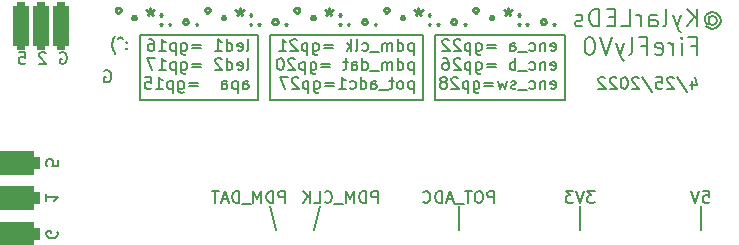
<source format=gbo>
G04 #@! TF.GenerationSoftware,KiCad,Pcbnew,(6.0.4)*
G04 #@! TF.CreationDate,2022-04-25T16:44:11-05:00*
G04 #@! TF.ProjectId,FireflyV1,46697265-666c-4795-9631-2e6b69636164,rev?*
G04 #@! TF.SameCoordinates,Original*
G04 #@! TF.FileFunction,Legend,Bot*
G04 #@! TF.FilePolarity,Positive*
%FSLAX46Y46*%
G04 Gerber Fmt 4.6, Leading zero omitted, Abs format (unit mm)*
G04 Created by KiCad (PCBNEW (6.0.4)) date 2022-04-25 16:44:11*
%MOMM*%
%LPD*%
G01*
G04 APERTURE LIST*
G04 Aperture macros list*
%AMRoundRect*
0 Rectangle with rounded corners*
0 $1 Rounding radius*
0 $2 $3 $4 $5 $6 $7 $8 $9 X,Y pos of 4 corners*
0 Add a 4 corners polygon primitive as box body*
4,1,4,$2,$3,$4,$5,$6,$7,$8,$9,$2,$3,0*
0 Add four circle primitives for the rounded corners*
1,1,$1+$1,$2,$3*
1,1,$1+$1,$4,$5*
1,1,$1+$1,$6,$7*
1,1,$1+$1,$8,$9*
0 Add four rect primitives between the rounded corners*
20,1,$1+$1,$2,$3,$4,$5,0*
20,1,$1+$1,$4,$5,$6,$7,0*
20,1,$1+$1,$6,$7,$8,$9,0*
20,1,$1+$1,$8,$9,$2,$3,0*%
G04 Aperture macros list end*
%ADD10C,0.150000*%
%ADD11C,0.250000*%
%ADD12C,0.200000*%
%ADD13C,1.800000*%
%ADD14C,4.800000*%
%ADD15R,1.700000X1.700000*%
%ADD16O,1.700000X1.700000*%
%ADD17C,2.010000*%
%ADD18C,4.460000*%
%ADD19C,3.200000*%
%ADD20RoundRect,0.337500X0.337500X-1.662500X0.337500X1.662500X-0.337500X1.662500X-0.337500X-1.662500X0*%
%ADD21RoundRect,0.500000X-1.500000X-0.500000X1.500000X-0.500000X1.500000X0.500000X-1.500000X0.500000X0*%
G04 APERTURE END LIST*
D10*
X23488095Y-19049517D02*
X23583333Y-19001897D01*
X23726190Y-19001897D01*
X23869047Y-19049517D01*
X23964285Y-19144755D01*
X24011904Y-19239993D01*
X24059523Y-19430469D01*
X24059523Y-19573326D01*
X24011904Y-19763802D01*
X23964285Y-19859040D01*
X23869047Y-19954278D01*
X23726190Y-20001897D01*
X23630952Y-20001897D01*
X23488095Y-19954278D01*
X23440476Y-19906659D01*
X23440476Y-19573326D01*
X23630952Y-19573326D01*
X74000000Y-32500000D02*
X74000000Y-30500000D01*
X63750000Y-32500000D02*
X63750000Y-30500000D01*
X53500000Y-32500000D02*
X53500000Y-30500000D01*
X41750000Y-30500000D02*
X41250000Y-32500000D01*
X38000000Y-32500000D02*
X37500000Y-30500000D01*
X74190476Y-29202380D02*
X74666666Y-29202380D01*
X74714285Y-29678571D01*
X74666666Y-29630952D01*
X74571428Y-29583333D01*
X74333333Y-29583333D01*
X74238095Y-29630952D01*
X74190476Y-29678571D01*
X74142857Y-29773809D01*
X74142857Y-30011904D01*
X74190476Y-30107142D01*
X74238095Y-30154761D01*
X74333333Y-30202380D01*
X74571428Y-30202380D01*
X74666666Y-30154761D01*
X74714285Y-30107142D01*
X73857142Y-29202380D02*
X73523809Y-30202380D01*
X73190476Y-29202380D01*
X64988095Y-29202380D02*
X64369047Y-29202380D01*
X64702380Y-29583333D01*
X64559523Y-29583333D01*
X64464285Y-29630952D01*
X64416666Y-29678571D01*
X64369047Y-29773809D01*
X64369047Y-30011904D01*
X64416666Y-30107142D01*
X64464285Y-30154761D01*
X64559523Y-30202380D01*
X64845238Y-30202380D01*
X64940476Y-30154761D01*
X64988095Y-30107142D01*
X64083333Y-29202380D02*
X63750000Y-30202380D01*
X63416666Y-29202380D01*
X63178571Y-29202380D02*
X62559523Y-29202380D01*
X62892857Y-29583333D01*
X62750000Y-29583333D01*
X62654761Y-29630952D01*
X62607142Y-29678571D01*
X62559523Y-29773809D01*
X62559523Y-30011904D01*
X62607142Y-30107142D01*
X62654761Y-30154761D01*
X62750000Y-30202380D01*
X63035714Y-30202380D01*
X63130952Y-30154761D01*
X63178571Y-30107142D01*
X56476190Y-30202380D02*
X56476190Y-29202380D01*
X56095238Y-29202380D01*
X56000000Y-29250000D01*
X55952380Y-29297619D01*
X55904761Y-29392857D01*
X55904761Y-29535714D01*
X55952380Y-29630952D01*
X56000000Y-29678571D01*
X56095238Y-29726190D01*
X56476190Y-29726190D01*
X55285714Y-29202380D02*
X55095238Y-29202380D01*
X55000000Y-29250000D01*
X54904761Y-29345238D01*
X54857142Y-29535714D01*
X54857142Y-29869047D01*
X54904761Y-30059523D01*
X55000000Y-30154761D01*
X55095238Y-30202380D01*
X55285714Y-30202380D01*
X55380952Y-30154761D01*
X55476190Y-30059523D01*
X55523809Y-29869047D01*
X55523809Y-29535714D01*
X55476190Y-29345238D01*
X55380952Y-29250000D01*
X55285714Y-29202380D01*
X54571428Y-29202380D02*
X54000000Y-29202380D01*
X54285714Y-30202380D02*
X54285714Y-29202380D01*
X53904761Y-30297619D02*
X53142857Y-30297619D01*
X52952380Y-29916666D02*
X52476190Y-29916666D01*
X53047619Y-30202380D02*
X52714285Y-29202380D01*
X52380952Y-30202380D01*
X52047619Y-30202380D02*
X52047619Y-29202380D01*
X51809523Y-29202380D01*
X51666666Y-29250000D01*
X51571428Y-29345238D01*
X51523809Y-29440476D01*
X51476190Y-29630952D01*
X51476190Y-29773809D01*
X51523809Y-29964285D01*
X51571428Y-30059523D01*
X51666666Y-30154761D01*
X51809523Y-30202380D01*
X52047619Y-30202380D01*
X50476190Y-30107142D02*
X50523809Y-30154761D01*
X50666666Y-30202380D01*
X50761904Y-30202380D01*
X50904761Y-30154761D01*
X51000000Y-30059523D01*
X51047619Y-29964285D01*
X51095238Y-29773809D01*
X51095238Y-29630952D01*
X51047619Y-29440476D01*
X51000000Y-29345238D01*
X50904761Y-29250000D01*
X50761904Y-29202380D01*
X50666666Y-29202380D01*
X50523809Y-29250000D01*
X50476190Y-29297619D01*
X38773809Y-30202380D02*
X38773809Y-29202380D01*
X38392857Y-29202380D01*
X38297619Y-29250000D01*
X38250000Y-29297619D01*
X38202380Y-29392857D01*
X38202380Y-29535714D01*
X38250000Y-29630952D01*
X38297619Y-29678571D01*
X38392857Y-29726190D01*
X38773809Y-29726190D01*
X37773809Y-30202380D02*
X37773809Y-29202380D01*
X37535714Y-29202380D01*
X37392857Y-29250000D01*
X37297619Y-29345238D01*
X37250000Y-29440476D01*
X37202380Y-29630952D01*
X37202380Y-29773809D01*
X37250000Y-29964285D01*
X37297619Y-30059523D01*
X37392857Y-30154761D01*
X37535714Y-30202380D01*
X37773809Y-30202380D01*
X36773809Y-30202380D02*
X36773809Y-29202380D01*
X36440476Y-29916666D01*
X36107142Y-29202380D01*
X36107142Y-30202380D01*
X35869047Y-30297619D02*
X35107142Y-30297619D01*
X34869047Y-30202380D02*
X34869047Y-29202380D01*
X34630952Y-29202380D01*
X34488095Y-29250000D01*
X34392857Y-29345238D01*
X34345238Y-29440476D01*
X34297619Y-29630952D01*
X34297619Y-29773809D01*
X34345238Y-29964285D01*
X34392857Y-30059523D01*
X34488095Y-30154761D01*
X34630952Y-30202380D01*
X34869047Y-30202380D01*
X33916666Y-29916666D02*
X33440476Y-29916666D01*
X34011904Y-30202380D02*
X33678571Y-29202380D01*
X33345238Y-30202380D01*
X33154761Y-29202380D02*
X32583333Y-29202380D01*
X32869047Y-30202380D02*
X32869047Y-29202380D01*
X46619047Y-30202380D02*
X46619047Y-29202380D01*
X46238095Y-29202380D01*
X46142857Y-29250000D01*
X46095238Y-29297619D01*
X46047619Y-29392857D01*
X46047619Y-29535714D01*
X46095238Y-29630952D01*
X46142857Y-29678571D01*
X46238095Y-29726190D01*
X46619047Y-29726190D01*
X45619047Y-30202380D02*
X45619047Y-29202380D01*
X45380952Y-29202380D01*
X45238095Y-29250000D01*
X45142857Y-29345238D01*
X45095238Y-29440476D01*
X45047619Y-29630952D01*
X45047619Y-29773809D01*
X45095238Y-29964285D01*
X45142857Y-30059523D01*
X45238095Y-30154761D01*
X45380952Y-30202380D01*
X45619047Y-30202380D01*
X44619047Y-30202380D02*
X44619047Y-29202380D01*
X44285714Y-29916666D01*
X43952380Y-29202380D01*
X43952380Y-30202380D01*
X43714285Y-30297619D02*
X42952380Y-30297619D01*
X42142857Y-30107142D02*
X42190476Y-30154761D01*
X42333333Y-30202380D01*
X42428571Y-30202380D01*
X42571428Y-30154761D01*
X42666666Y-30059523D01*
X42714285Y-29964285D01*
X42761904Y-29773809D01*
X42761904Y-29630952D01*
X42714285Y-29440476D01*
X42666666Y-29345238D01*
X42571428Y-29250000D01*
X42428571Y-29202380D01*
X42333333Y-29202380D01*
X42190476Y-29250000D01*
X42142857Y-29297619D01*
X41238095Y-30202380D02*
X41714285Y-30202380D01*
X41714285Y-29202380D01*
X40904761Y-30202380D02*
X40904761Y-29202380D01*
X40333333Y-30202380D02*
X40761904Y-29630952D01*
X40333333Y-29202380D02*
X40904761Y-29773809D01*
X25369047Y-17107142D02*
X25321428Y-17154761D01*
X25369047Y-17202380D01*
X25416666Y-17154761D01*
X25369047Y-17107142D01*
X25369047Y-17202380D01*
X25369047Y-16583333D02*
X25321428Y-16630952D01*
X25369047Y-16678571D01*
X25416666Y-16630952D01*
X25369047Y-16583333D01*
X25369047Y-16678571D01*
X25035714Y-16297619D02*
X24845238Y-16154761D01*
X24654761Y-16297619D01*
X24416666Y-17583333D02*
X24369047Y-17535714D01*
X24273809Y-17392857D01*
X24226190Y-17297619D01*
X24178571Y-17154761D01*
X24130952Y-16916666D01*
X24130952Y-16726190D01*
X24178571Y-16488095D01*
X24226190Y-16345238D01*
X24273809Y-16250000D01*
X24369047Y-16107142D01*
X24416666Y-16059523D01*
X18535714Y-17547619D02*
X18488095Y-17500000D01*
X18392857Y-17452380D01*
X18154761Y-17452380D01*
X18059523Y-17500000D01*
X18011904Y-17547619D01*
X17964285Y-17642857D01*
X17964285Y-17738095D01*
X18011904Y-17880952D01*
X18583333Y-18452380D01*
X17964285Y-18452380D01*
X18547619Y-29464285D02*
X18547619Y-30035714D01*
X18547619Y-29750000D02*
X19547619Y-29750000D01*
X19404761Y-29845238D01*
X19309523Y-29940476D01*
X19261904Y-30035714D01*
X37500000Y-16000000D02*
X50500000Y-16000000D01*
X50500000Y-16000000D02*
X50500000Y-21500000D01*
X50500000Y-21500000D02*
X37500000Y-21500000D01*
X37500000Y-21500000D02*
X37500000Y-16000000D01*
X51500000Y-16000000D02*
X62500000Y-16000000D01*
X62500000Y-16000000D02*
X62500000Y-21500000D01*
X62500000Y-21500000D02*
X51500000Y-21500000D01*
X51500000Y-21500000D02*
X51500000Y-16000000D01*
X26500000Y-16000000D02*
X36500000Y-16000000D01*
X36500000Y-16000000D02*
X36500000Y-21500000D01*
X36500000Y-21500000D02*
X26500000Y-21500000D01*
X26500000Y-21500000D02*
X26500000Y-16000000D01*
D11*
X61571428Y-15035714D02*
X61500000Y-15107142D01*
X61571428Y-15178571D01*
X61642857Y-15107142D01*
X61571428Y-15035714D01*
X61571428Y-15178571D01*
X60714285Y-14678571D02*
X60571428Y-14678571D01*
X60428571Y-14821428D01*
X60428571Y-14964285D01*
X60571428Y-15107142D01*
X60714285Y-15107142D01*
X60857142Y-14964285D01*
X60857142Y-14821428D01*
X60714285Y-14678571D01*
X59285714Y-15035714D02*
X59214285Y-15107142D01*
X59285714Y-15178571D01*
X59357142Y-15107142D01*
X59285714Y-15035714D01*
X59285714Y-15178571D01*
X58571428Y-15035714D02*
X58499999Y-15107142D01*
X58571428Y-15178571D01*
X58642857Y-15107142D01*
X58571428Y-15035714D01*
X58571428Y-15178571D01*
X58571428Y-14250000D02*
X58499999Y-14321428D01*
X58571428Y-14392857D01*
X58642857Y-14321428D01*
X58571428Y-14250000D01*
X58571428Y-14392857D01*
X57642857Y-13678571D02*
X57642857Y-14035714D01*
X57999999Y-13892857D02*
X57642857Y-14035714D01*
X57285714Y-13892857D01*
X57857142Y-14321428D02*
X57642857Y-14035714D01*
X57428571Y-14321428D01*
X56357142Y-14392857D02*
X56214285Y-14392857D01*
X56142857Y-14464285D01*
X56142857Y-14607142D01*
X56214285Y-14678571D01*
X56357142Y-14678571D01*
X56428571Y-14607142D01*
X56428571Y-14464285D01*
X56357142Y-14392857D01*
X54928571Y-13678571D02*
X55071428Y-13750000D01*
X55142857Y-13892857D01*
X55071428Y-14035714D01*
X54928571Y-14107142D01*
X54785714Y-14035714D01*
X54714285Y-13892857D01*
X54785714Y-13750000D01*
X54928571Y-13678571D01*
X53999999Y-15035714D02*
X53928571Y-15107142D01*
X53999999Y-15178571D01*
X54071428Y-15107142D01*
X53999999Y-15035714D01*
X53999999Y-15178571D01*
X53142857Y-14678571D02*
X52999999Y-14678571D01*
X52857142Y-14821428D01*
X52857142Y-14964285D01*
X52999999Y-15107142D01*
X53142857Y-15107142D01*
X53285714Y-14964285D01*
X53285714Y-14821428D01*
X53142857Y-14678571D01*
X51714285Y-15035714D02*
X51642857Y-15107142D01*
X51714285Y-15178571D01*
X51785714Y-15107142D01*
X51714285Y-15035714D01*
X51714285Y-15178571D01*
X50999999Y-15035714D02*
X50928571Y-15107142D01*
X50999999Y-15178571D01*
X51071428Y-15107142D01*
X50999999Y-15035714D01*
X50999999Y-15178571D01*
X50999999Y-14250000D02*
X50928571Y-14321428D01*
X50999999Y-14392857D01*
X51071428Y-14321428D01*
X50999999Y-14250000D01*
X50999999Y-14392857D01*
X50071428Y-13678571D02*
X50071428Y-14035714D01*
X50428571Y-13892857D02*
X50071428Y-14035714D01*
X49714285Y-13892857D01*
X50285714Y-14321428D02*
X50071428Y-14035714D01*
X49857142Y-14321428D01*
X48785714Y-14392857D02*
X48642857Y-14392857D01*
X48571428Y-14464285D01*
X48571428Y-14607142D01*
X48642857Y-14678571D01*
X48785714Y-14678571D01*
X48857142Y-14607142D01*
X48857142Y-14464285D01*
X48785714Y-14392857D01*
X47357142Y-13678571D02*
X47499999Y-13750000D01*
X47571428Y-13892857D01*
X47499999Y-14035714D01*
X47357142Y-14107142D01*
X47214285Y-14035714D01*
X47142857Y-13892857D01*
X47214285Y-13750000D01*
X47357142Y-13678571D01*
X46428571Y-15035714D02*
X46357142Y-15107142D01*
X46428571Y-15178571D01*
X46499999Y-15107142D01*
X46428571Y-15035714D01*
X46428571Y-15178571D01*
X45571428Y-14678571D02*
X45428571Y-14678571D01*
X45285714Y-14821428D01*
X45285714Y-14964285D01*
X45428571Y-15107142D01*
X45571428Y-15107142D01*
X45714285Y-14964285D01*
X45714285Y-14821428D01*
X45571428Y-14678571D01*
X44142857Y-15035714D02*
X44071428Y-15107142D01*
X44142857Y-15178571D01*
X44214285Y-15107142D01*
X44142857Y-15035714D01*
X44142857Y-15178571D01*
X43428571Y-15035714D02*
X43357142Y-15107142D01*
X43428571Y-15178571D01*
X43500000Y-15107142D01*
X43428571Y-15035714D01*
X43428571Y-15178571D01*
X43428571Y-14250000D02*
X43357142Y-14321428D01*
X43428571Y-14392857D01*
X43500000Y-14321428D01*
X43428571Y-14250000D01*
X43428571Y-14392857D01*
X42500000Y-13678571D02*
X42500000Y-14035714D01*
X42857142Y-13892857D02*
X42500000Y-14035714D01*
X42142857Y-13892857D01*
X42714285Y-14321428D02*
X42500000Y-14035714D01*
X42285714Y-14321428D01*
X41214285Y-14392857D02*
X41071428Y-14392857D01*
X41000000Y-14464285D01*
X41000000Y-14607142D01*
X41071428Y-14678571D01*
X41214285Y-14678571D01*
X41285714Y-14607142D01*
X41285714Y-14464285D01*
X41214285Y-14392857D01*
X39785714Y-13678571D02*
X39928571Y-13750000D01*
X40000000Y-13892857D01*
X39928571Y-14035714D01*
X39785714Y-14107142D01*
X39642857Y-14035714D01*
X39571428Y-13892857D01*
X39642857Y-13750000D01*
X39785714Y-13678571D01*
X38857142Y-15035714D02*
X38785714Y-15107142D01*
X38857142Y-15178571D01*
X38928571Y-15107142D01*
X38857142Y-15035714D01*
X38857142Y-15178571D01*
X38000000Y-14678571D02*
X37857142Y-14678571D01*
X37714285Y-14821428D01*
X37714285Y-14964285D01*
X37857142Y-15107142D01*
X38000000Y-15107142D01*
X38142857Y-14964285D01*
X38142857Y-14821428D01*
X38000000Y-14678571D01*
X36571428Y-15035714D02*
X36500000Y-15107142D01*
X36571428Y-15178571D01*
X36642857Y-15107142D01*
X36571428Y-15035714D01*
X36571428Y-15178571D01*
X35857142Y-15035714D02*
X35785714Y-15107142D01*
X35857142Y-15178571D01*
X35928571Y-15107142D01*
X35857142Y-15035714D01*
X35857142Y-15178571D01*
X35857142Y-14250000D02*
X35785714Y-14321428D01*
X35857142Y-14392857D01*
X35928571Y-14321428D01*
X35857142Y-14250000D01*
X35857142Y-14392857D01*
X34928571Y-13678571D02*
X34928571Y-14035714D01*
X35285714Y-13892857D02*
X34928571Y-14035714D01*
X34571428Y-13892857D01*
X35142857Y-14321428D02*
X34928571Y-14035714D01*
X34714285Y-14321428D01*
X33642857Y-14392857D02*
X33500000Y-14392857D01*
X33428571Y-14464285D01*
X33428571Y-14607142D01*
X33500000Y-14678571D01*
X33642857Y-14678571D01*
X33714285Y-14607142D01*
X33714285Y-14464285D01*
X33642857Y-14392857D01*
X32214285Y-13678571D02*
X32357142Y-13750000D01*
X32428571Y-13892857D01*
X32357142Y-14035714D01*
X32214285Y-14107142D01*
X32071428Y-14035714D01*
X32000000Y-13892857D01*
X32071428Y-13750000D01*
X32214285Y-13678571D01*
X31285714Y-15035714D02*
X31214285Y-15107142D01*
X31285714Y-15178571D01*
X31357142Y-15107142D01*
X31285714Y-15035714D01*
X31285714Y-15178571D01*
X30428571Y-14678571D02*
X30285714Y-14678571D01*
X30142857Y-14821428D01*
X30142857Y-14964285D01*
X30285714Y-15107142D01*
X30428571Y-15107142D01*
X30571428Y-14964285D01*
X30571428Y-14821428D01*
X30428571Y-14678571D01*
X29000000Y-15035714D02*
X28928571Y-15107142D01*
X29000000Y-15178571D01*
X29071428Y-15107142D01*
X29000000Y-15035714D01*
X29000000Y-15178571D01*
X28285714Y-15035714D02*
X28214285Y-15107142D01*
X28285714Y-15178571D01*
X28357142Y-15107142D01*
X28285714Y-15035714D01*
X28285714Y-15178571D01*
X28285714Y-14250000D02*
X28214285Y-14321428D01*
X28285714Y-14392857D01*
X28357142Y-14321428D01*
X28285714Y-14250000D01*
X28285714Y-14392857D01*
X27357142Y-13678571D02*
X27357142Y-14035714D01*
X27714285Y-13892857D02*
X27357142Y-14035714D01*
X27000000Y-13892857D01*
X27571428Y-14321428D02*
X27357142Y-14035714D01*
X27142857Y-14321428D01*
X26071428Y-14392857D02*
X25928571Y-14392857D01*
X25857142Y-14464285D01*
X25857142Y-14607142D01*
X25928571Y-14678571D01*
X26071428Y-14678571D01*
X26142857Y-14607142D01*
X26142857Y-14464285D01*
X26071428Y-14392857D01*
X24642857Y-13678571D02*
X24785714Y-13750000D01*
X24857142Y-13892857D01*
X24785714Y-14035714D01*
X24642857Y-14107142D01*
X24500000Y-14035714D01*
X24428571Y-13892857D01*
X24500000Y-13750000D01*
X24642857Y-13678571D01*
D10*
X16261904Y-17452380D02*
X16738095Y-17452380D01*
X16785714Y-17928571D01*
X16738095Y-17880952D01*
X16642857Y-17833333D01*
X16404761Y-17833333D01*
X16309523Y-17880952D01*
X16261904Y-17928571D01*
X16214285Y-18023809D01*
X16214285Y-18261904D01*
X16261904Y-18357142D01*
X16309523Y-18404761D01*
X16404761Y-18452380D01*
X16642857Y-18452380D01*
X16738095Y-18404761D01*
X16785714Y-18357142D01*
X73212214Y-19895714D02*
X73212214Y-20562380D01*
X73450309Y-19514761D02*
X73688405Y-20229047D01*
X73069357Y-20229047D01*
X71974119Y-19514761D02*
X72831262Y-20800476D01*
X71688405Y-19657619D02*
X71640786Y-19610000D01*
X71545548Y-19562380D01*
X71307452Y-19562380D01*
X71212214Y-19610000D01*
X71164595Y-19657619D01*
X71116976Y-19752857D01*
X71116976Y-19848095D01*
X71164595Y-19990952D01*
X71736024Y-20562380D01*
X71116976Y-20562380D01*
X70212214Y-19562380D02*
X70688405Y-19562380D01*
X70736024Y-20038571D01*
X70688405Y-19990952D01*
X70593167Y-19943333D01*
X70355071Y-19943333D01*
X70259833Y-19990952D01*
X70212214Y-20038571D01*
X70164595Y-20133809D01*
X70164595Y-20371904D01*
X70212214Y-20467142D01*
X70259833Y-20514761D01*
X70355071Y-20562380D01*
X70593167Y-20562380D01*
X70688405Y-20514761D01*
X70736024Y-20467142D01*
X69021738Y-19514761D02*
X69878881Y-20800476D01*
X68736024Y-19657619D02*
X68688405Y-19610000D01*
X68593167Y-19562380D01*
X68355071Y-19562380D01*
X68259833Y-19610000D01*
X68212214Y-19657619D01*
X68164595Y-19752857D01*
X68164595Y-19848095D01*
X68212214Y-19990952D01*
X68783643Y-20562380D01*
X68164595Y-20562380D01*
X67545548Y-19562380D02*
X67450309Y-19562380D01*
X67355071Y-19610000D01*
X67307452Y-19657619D01*
X67259833Y-19752857D01*
X67212214Y-19943333D01*
X67212214Y-20181428D01*
X67259833Y-20371904D01*
X67307452Y-20467142D01*
X67355071Y-20514761D01*
X67450309Y-20562380D01*
X67545548Y-20562380D01*
X67640786Y-20514761D01*
X67688405Y-20467142D01*
X67736024Y-20371904D01*
X67783643Y-20181428D01*
X67783643Y-19943333D01*
X67736024Y-19752857D01*
X67688405Y-19657619D01*
X67640786Y-19610000D01*
X67545548Y-19562380D01*
X66831262Y-19657619D02*
X66783643Y-19610000D01*
X66688405Y-19562380D01*
X66450309Y-19562380D01*
X66355071Y-19610000D01*
X66307452Y-19657619D01*
X66259833Y-19752857D01*
X66259833Y-19848095D01*
X66307452Y-19990952D01*
X66878881Y-20562380D01*
X66259833Y-20562380D01*
X65878881Y-19657619D02*
X65831262Y-19610000D01*
X65736024Y-19562380D01*
X65497929Y-19562380D01*
X65402690Y-19610000D01*
X65355071Y-19657619D01*
X65307452Y-19752857D01*
X65307452Y-19848095D01*
X65355071Y-19990952D01*
X65926500Y-20562380D01*
X65307452Y-20562380D01*
X35521547Y-17342380D02*
X35616785Y-17294761D01*
X35664404Y-17199523D01*
X35664404Y-16342380D01*
X34759642Y-17294761D02*
X34854880Y-17342380D01*
X35045357Y-17342380D01*
X35140595Y-17294761D01*
X35188214Y-17199523D01*
X35188214Y-16818571D01*
X35140595Y-16723333D01*
X35045357Y-16675714D01*
X34854880Y-16675714D01*
X34759642Y-16723333D01*
X34712023Y-16818571D01*
X34712023Y-16913809D01*
X35188214Y-17009047D01*
X33854880Y-17342380D02*
X33854880Y-16342380D01*
X33854880Y-17294761D02*
X33950119Y-17342380D01*
X34140595Y-17342380D01*
X34235833Y-17294761D01*
X34283452Y-17247142D01*
X34331071Y-17151904D01*
X34331071Y-16866190D01*
X34283452Y-16770952D01*
X34235833Y-16723333D01*
X34140595Y-16675714D01*
X33950119Y-16675714D01*
X33854880Y-16723333D01*
X32854880Y-17342380D02*
X33426309Y-17342380D01*
X33140595Y-17342380D02*
X33140595Y-16342380D01*
X33235833Y-16485238D01*
X33331071Y-16580476D01*
X33426309Y-16628095D01*
X31664404Y-16818571D02*
X30902499Y-16818571D01*
X30902499Y-17104285D02*
X31664404Y-17104285D01*
X29997738Y-16675714D02*
X29997738Y-17485238D01*
X30045357Y-17580476D01*
X30092976Y-17628095D01*
X30188214Y-17675714D01*
X30331071Y-17675714D01*
X30426309Y-17628095D01*
X29997738Y-17294761D02*
X30092976Y-17342380D01*
X30283452Y-17342380D01*
X30378690Y-17294761D01*
X30426309Y-17247142D01*
X30473928Y-17151904D01*
X30473928Y-16866190D01*
X30426309Y-16770952D01*
X30378690Y-16723333D01*
X30283452Y-16675714D01*
X30092976Y-16675714D01*
X29997738Y-16723333D01*
X29521547Y-16675714D02*
X29521547Y-17675714D01*
X29521547Y-16723333D02*
X29426309Y-16675714D01*
X29235833Y-16675714D01*
X29140595Y-16723333D01*
X29092976Y-16770952D01*
X29045357Y-16866190D01*
X29045357Y-17151904D01*
X29092976Y-17247142D01*
X29140595Y-17294761D01*
X29235833Y-17342380D01*
X29426309Y-17342380D01*
X29521547Y-17294761D01*
X28092976Y-17342380D02*
X28664404Y-17342380D01*
X28378690Y-17342380D02*
X28378690Y-16342380D01*
X28473928Y-16485238D01*
X28569166Y-16580476D01*
X28664404Y-16628095D01*
X27235833Y-16342380D02*
X27426309Y-16342380D01*
X27521547Y-16390000D01*
X27569166Y-16437619D01*
X27664404Y-16580476D01*
X27712023Y-16770952D01*
X27712023Y-17151904D01*
X27664404Y-17247142D01*
X27616785Y-17294761D01*
X27521547Y-17342380D01*
X27331071Y-17342380D01*
X27235833Y-17294761D01*
X27188214Y-17247142D01*
X27140595Y-17151904D01*
X27140595Y-16913809D01*
X27188214Y-16818571D01*
X27235833Y-16770952D01*
X27331071Y-16723333D01*
X27521547Y-16723333D01*
X27616785Y-16770952D01*
X27664404Y-16818571D01*
X27712023Y-16913809D01*
X35521547Y-18952380D02*
X35616785Y-18904761D01*
X35664404Y-18809523D01*
X35664404Y-17952380D01*
X34759642Y-18904761D02*
X34854880Y-18952380D01*
X35045357Y-18952380D01*
X35140595Y-18904761D01*
X35188214Y-18809523D01*
X35188214Y-18428571D01*
X35140595Y-18333333D01*
X35045357Y-18285714D01*
X34854880Y-18285714D01*
X34759642Y-18333333D01*
X34712023Y-18428571D01*
X34712023Y-18523809D01*
X35188214Y-18619047D01*
X33854880Y-18952380D02*
X33854880Y-17952380D01*
X33854880Y-18904761D02*
X33950119Y-18952380D01*
X34140595Y-18952380D01*
X34235833Y-18904761D01*
X34283452Y-18857142D01*
X34331071Y-18761904D01*
X34331071Y-18476190D01*
X34283452Y-18380952D01*
X34235833Y-18333333D01*
X34140595Y-18285714D01*
X33950119Y-18285714D01*
X33854880Y-18333333D01*
X33426309Y-18047619D02*
X33378690Y-18000000D01*
X33283452Y-17952380D01*
X33045357Y-17952380D01*
X32950119Y-18000000D01*
X32902499Y-18047619D01*
X32854880Y-18142857D01*
X32854880Y-18238095D01*
X32902499Y-18380952D01*
X33473928Y-18952380D01*
X32854880Y-18952380D01*
X31664404Y-18428571D02*
X30902499Y-18428571D01*
X30902499Y-18714285D02*
X31664404Y-18714285D01*
X29997738Y-18285714D02*
X29997738Y-19095238D01*
X30045357Y-19190476D01*
X30092976Y-19238095D01*
X30188214Y-19285714D01*
X30331071Y-19285714D01*
X30426309Y-19238095D01*
X29997738Y-18904761D02*
X30092976Y-18952380D01*
X30283452Y-18952380D01*
X30378690Y-18904761D01*
X30426309Y-18857142D01*
X30473928Y-18761904D01*
X30473928Y-18476190D01*
X30426309Y-18380952D01*
X30378690Y-18333333D01*
X30283452Y-18285714D01*
X30092976Y-18285714D01*
X29997738Y-18333333D01*
X29521547Y-18285714D02*
X29521547Y-19285714D01*
X29521547Y-18333333D02*
X29426309Y-18285714D01*
X29235833Y-18285714D01*
X29140595Y-18333333D01*
X29092976Y-18380952D01*
X29045357Y-18476190D01*
X29045357Y-18761904D01*
X29092976Y-18857142D01*
X29140595Y-18904761D01*
X29235833Y-18952380D01*
X29426309Y-18952380D01*
X29521547Y-18904761D01*
X28092976Y-18952380D02*
X28664404Y-18952380D01*
X28378690Y-18952380D02*
X28378690Y-17952380D01*
X28473928Y-18095238D01*
X28569166Y-18190476D01*
X28664404Y-18238095D01*
X27759642Y-17952380D02*
X27092976Y-17952380D01*
X27521547Y-18952380D01*
X35235833Y-20562380D02*
X35235833Y-20038571D01*
X35283452Y-19943333D01*
X35378690Y-19895714D01*
X35569166Y-19895714D01*
X35664404Y-19943333D01*
X35235833Y-20514761D02*
X35331071Y-20562380D01*
X35569166Y-20562380D01*
X35664404Y-20514761D01*
X35712023Y-20419523D01*
X35712023Y-20324285D01*
X35664404Y-20229047D01*
X35569166Y-20181428D01*
X35331071Y-20181428D01*
X35235833Y-20133809D01*
X34759642Y-19895714D02*
X34759642Y-20895714D01*
X34759642Y-19943333D02*
X34664404Y-19895714D01*
X34473928Y-19895714D01*
X34378690Y-19943333D01*
X34331071Y-19990952D01*
X34283452Y-20086190D01*
X34283452Y-20371904D01*
X34331071Y-20467142D01*
X34378690Y-20514761D01*
X34473928Y-20562380D01*
X34664404Y-20562380D01*
X34759642Y-20514761D01*
X33426309Y-20562380D02*
X33426309Y-20038571D01*
X33473928Y-19943333D01*
X33569166Y-19895714D01*
X33759642Y-19895714D01*
X33854880Y-19943333D01*
X33426309Y-20514761D02*
X33521547Y-20562380D01*
X33759642Y-20562380D01*
X33854880Y-20514761D01*
X33902500Y-20419523D01*
X33902500Y-20324285D01*
X33854880Y-20229047D01*
X33759642Y-20181428D01*
X33521547Y-20181428D01*
X33426309Y-20133809D01*
X31426309Y-20038571D02*
X30664404Y-20038571D01*
X30664404Y-20324285D02*
X31426309Y-20324285D01*
X29759642Y-19895714D02*
X29759642Y-20705238D01*
X29807261Y-20800476D01*
X29854880Y-20848095D01*
X29950119Y-20895714D01*
X30092976Y-20895714D01*
X30188214Y-20848095D01*
X29759642Y-20514761D02*
X29854880Y-20562380D01*
X30045357Y-20562380D01*
X30140595Y-20514761D01*
X30188214Y-20467142D01*
X30235833Y-20371904D01*
X30235833Y-20086190D01*
X30188214Y-19990952D01*
X30140595Y-19943333D01*
X30045357Y-19895714D01*
X29854880Y-19895714D01*
X29759642Y-19943333D01*
X29283452Y-19895714D02*
X29283452Y-20895714D01*
X29283452Y-19943333D02*
X29188214Y-19895714D01*
X28997738Y-19895714D01*
X28902500Y-19943333D01*
X28854880Y-19990952D01*
X28807261Y-20086190D01*
X28807261Y-20371904D01*
X28854880Y-20467142D01*
X28902500Y-20514761D01*
X28997738Y-20562380D01*
X29188214Y-20562380D01*
X29283452Y-20514761D01*
X27854880Y-20562380D02*
X28426309Y-20562380D01*
X28140595Y-20562380D02*
X28140595Y-19562380D01*
X28235833Y-19705238D01*
X28331071Y-19800476D01*
X28426309Y-19848095D01*
X26950119Y-19562380D02*
X27426309Y-19562380D01*
X27473928Y-20038571D01*
X27426309Y-19990952D01*
X27331071Y-19943333D01*
X27092976Y-19943333D01*
X26997738Y-19990952D01*
X26950119Y-20038571D01*
X26902500Y-20133809D01*
X26902500Y-20371904D01*
X26950119Y-20467142D01*
X26997738Y-20514761D01*
X27092976Y-20562380D01*
X27331071Y-20562380D01*
X27426309Y-20514761D01*
X27473928Y-20467142D01*
X19547619Y-26586904D02*
X19547619Y-27063095D01*
X19071428Y-27110714D01*
X19119047Y-27063095D01*
X19166666Y-26967857D01*
X19166666Y-26729761D01*
X19119047Y-26634523D01*
X19071428Y-26586904D01*
X18976190Y-26539285D01*
X18738095Y-26539285D01*
X18642857Y-26586904D01*
X18595238Y-26634523D01*
X18547619Y-26729761D01*
X18547619Y-26967857D01*
X18595238Y-27063095D01*
X18642857Y-27110714D01*
X61283452Y-17294761D02*
X61378690Y-17342380D01*
X61569166Y-17342380D01*
X61664404Y-17294761D01*
X61712023Y-17199523D01*
X61712023Y-16818571D01*
X61664404Y-16723333D01*
X61569166Y-16675714D01*
X61378690Y-16675714D01*
X61283452Y-16723333D01*
X61235833Y-16818571D01*
X61235833Y-16913809D01*
X61712023Y-17009047D01*
X60807261Y-16675714D02*
X60807261Y-17342380D01*
X60807261Y-16770952D02*
X60759642Y-16723333D01*
X60664404Y-16675714D01*
X60521547Y-16675714D01*
X60426309Y-16723333D01*
X60378690Y-16818571D01*
X60378690Y-17342380D01*
X59473928Y-17294761D02*
X59569166Y-17342380D01*
X59759642Y-17342380D01*
X59854880Y-17294761D01*
X59902500Y-17247142D01*
X59950119Y-17151904D01*
X59950119Y-16866190D01*
X59902500Y-16770952D01*
X59854880Y-16723333D01*
X59759642Y-16675714D01*
X59569166Y-16675714D01*
X59473928Y-16723333D01*
X59283452Y-17437619D02*
X58521547Y-17437619D01*
X57854880Y-17342380D02*
X57854880Y-16818571D01*
X57902500Y-16723333D01*
X57997738Y-16675714D01*
X58188214Y-16675714D01*
X58283452Y-16723333D01*
X57854880Y-17294761D02*
X57950119Y-17342380D01*
X58188214Y-17342380D01*
X58283452Y-17294761D01*
X58331071Y-17199523D01*
X58331071Y-17104285D01*
X58283452Y-17009047D01*
X58188214Y-16961428D01*
X57950119Y-16961428D01*
X57854880Y-16913809D01*
X56616785Y-16818571D02*
X55854880Y-16818571D01*
X55854880Y-17104285D02*
X56616785Y-17104285D01*
X54950119Y-16675714D02*
X54950119Y-17485238D01*
X54997738Y-17580476D01*
X55045357Y-17628095D01*
X55140595Y-17675714D01*
X55283452Y-17675714D01*
X55378690Y-17628095D01*
X54950119Y-17294761D02*
X55045357Y-17342380D01*
X55235833Y-17342380D01*
X55331071Y-17294761D01*
X55378690Y-17247142D01*
X55426309Y-17151904D01*
X55426309Y-16866190D01*
X55378690Y-16770952D01*
X55331071Y-16723333D01*
X55235833Y-16675714D01*
X55045357Y-16675714D01*
X54950119Y-16723333D01*
X54473928Y-16675714D02*
X54473928Y-17675714D01*
X54473928Y-16723333D02*
X54378690Y-16675714D01*
X54188214Y-16675714D01*
X54092976Y-16723333D01*
X54045357Y-16770952D01*
X53997738Y-16866190D01*
X53997738Y-17151904D01*
X54045357Y-17247142D01*
X54092976Y-17294761D01*
X54188214Y-17342380D01*
X54378690Y-17342380D01*
X54473928Y-17294761D01*
X53616785Y-16437619D02*
X53569166Y-16390000D01*
X53473928Y-16342380D01*
X53235833Y-16342380D01*
X53140595Y-16390000D01*
X53092976Y-16437619D01*
X53045357Y-16532857D01*
X53045357Y-16628095D01*
X53092976Y-16770952D01*
X53664404Y-17342380D01*
X53045357Y-17342380D01*
X52664404Y-16437619D02*
X52616785Y-16390000D01*
X52521547Y-16342380D01*
X52283452Y-16342380D01*
X52188214Y-16390000D01*
X52140595Y-16437619D01*
X52092976Y-16532857D01*
X52092976Y-16628095D01*
X52140595Y-16770952D01*
X52712023Y-17342380D01*
X52092976Y-17342380D01*
X61283452Y-18904761D02*
X61378690Y-18952380D01*
X61569166Y-18952380D01*
X61664404Y-18904761D01*
X61712023Y-18809523D01*
X61712023Y-18428571D01*
X61664404Y-18333333D01*
X61569166Y-18285714D01*
X61378690Y-18285714D01*
X61283452Y-18333333D01*
X61235833Y-18428571D01*
X61235833Y-18523809D01*
X61712023Y-18619047D01*
X60807261Y-18285714D02*
X60807261Y-18952380D01*
X60807261Y-18380952D02*
X60759642Y-18333333D01*
X60664404Y-18285714D01*
X60521547Y-18285714D01*
X60426309Y-18333333D01*
X60378690Y-18428571D01*
X60378690Y-18952380D01*
X59473928Y-18904761D02*
X59569166Y-18952380D01*
X59759642Y-18952380D01*
X59854880Y-18904761D01*
X59902500Y-18857142D01*
X59950119Y-18761904D01*
X59950119Y-18476190D01*
X59902500Y-18380952D01*
X59854880Y-18333333D01*
X59759642Y-18285714D01*
X59569166Y-18285714D01*
X59473928Y-18333333D01*
X59283452Y-19047619D02*
X58521547Y-19047619D01*
X58283452Y-18952380D02*
X58283452Y-17952380D01*
X58283452Y-18333333D02*
X58188214Y-18285714D01*
X57997738Y-18285714D01*
X57902500Y-18333333D01*
X57854880Y-18380952D01*
X57807261Y-18476190D01*
X57807261Y-18761904D01*
X57854880Y-18857142D01*
X57902500Y-18904761D01*
X57997738Y-18952380D01*
X58188214Y-18952380D01*
X58283452Y-18904761D01*
X56616785Y-18428571D02*
X55854880Y-18428571D01*
X55854880Y-18714285D02*
X56616785Y-18714285D01*
X54950119Y-18285714D02*
X54950119Y-19095238D01*
X54997738Y-19190476D01*
X55045357Y-19238095D01*
X55140595Y-19285714D01*
X55283452Y-19285714D01*
X55378690Y-19238095D01*
X54950119Y-18904761D02*
X55045357Y-18952380D01*
X55235833Y-18952380D01*
X55331071Y-18904761D01*
X55378690Y-18857142D01*
X55426309Y-18761904D01*
X55426309Y-18476190D01*
X55378690Y-18380952D01*
X55331071Y-18333333D01*
X55235833Y-18285714D01*
X55045357Y-18285714D01*
X54950119Y-18333333D01*
X54473928Y-18285714D02*
X54473928Y-19285714D01*
X54473928Y-18333333D02*
X54378690Y-18285714D01*
X54188214Y-18285714D01*
X54092976Y-18333333D01*
X54045357Y-18380952D01*
X53997738Y-18476190D01*
X53997738Y-18761904D01*
X54045357Y-18857142D01*
X54092976Y-18904761D01*
X54188214Y-18952380D01*
X54378690Y-18952380D01*
X54473928Y-18904761D01*
X53616785Y-18047619D02*
X53569166Y-18000000D01*
X53473928Y-17952380D01*
X53235833Y-17952380D01*
X53140595Y-18000000D01*
X53092976Y-18047619D01*
X53045357Y-18142857D01*
X53045357Y-18238095D01*
X53092976Y-18380952D01*
X53664404Y-18952380D01*
X53045357Y-18952380D01*
X52188214Y-17952380D02*
X52378690Y-17952380D01*
X52473928Y-18000000D01*
X52521547Y-18047619D01*
X52616785Y-18190476D01*
X52664404Y-18380952D01*
X52664404Y-18761904D01*
X52616785Y-18857142D01*
X52569166Y-18904761D01*
X52473928Y-18952380D01*
X52283452Y-18952380D01*
X52188214Y-18904761D01*
X52140595Y-18857142D01*
X52092976Y-18761904D01*
X52092976Y-18523809D01*
X52140595Y-18428571D01*
X52188214Y-18380952D01*
X52283452Y-18333333D01*
X52473928Y-18333333D01*
X52569166Y-18380952D01*
X52616785Y-18428571D01*
X52664404Y-18523809D01*
X61283452Y-20514761D02*
X61378690Y-20562380D01*
X61569166Y-20562380D01*
X61664404Y-20514761D01*
X61712023Y-20419523D01*
X61712023Y-20038571D01*
X61664404Y-19943333D01*
X61569166Y-19895714D01*
X61378690Y-19895714D01*
X61283452Y-19943333D01*
X61235833Y-20038571D01*
X61235833Y-20133809D01*
X61712023Y-20229047D01*
X60807261Y-19895714D02*
X60807261Y-20562380D01*
X60807261Y-19990952D02*
X60759642Y-19943333D01*
X60664404Y-19895714D01*
X60521547Y-19895714D01*
X60426309Y-19943333D01*
X60378690Y-20038571D01*
X60378690Y-20562380D01*
X59473928Y-20514761D02*
X59569166Y-20562380D01*
X59759642Y-20562380D01*
X59854880Y-20514761D01*
X59902500Y-20467142D01*
X59950119Y-20371904D01*
X59950119Y-20086190D01*
X59902500Y-19990952D01*
X59854880Y-19943333D01*
X59759642Y-19895714D01*
X59569166Y-19895714D01*
X59473928Y-19943333D01*
X59283452Y-20657619D02*
X58521547Y-20657619D01*
X58331071Y-20514761D02*
X58235833Y-20562380D01*
X58045357Y-20562380D01*
X57950119Y-20514761D01*
X57902500Y-20419523D01*
X57902500Y-20371904D01*
X57950119Y-20276666D01*
X58045357Y-20229047D01*
X58188214Y-20229047D01*
X58283452Y-20181428D01*
X58331071Y-20086190D01*
X58331071Y-20038571D01*
X58283452Y-19943333D01*
X58188214Y-19895714D01*
X58045357Y-19895714D01*
X57950119Y-19943333D01*
X57569166Y-19895714D02*
X57378690Y-20562380D01*
X57188214Y-20086190D01*
X56997738Y-20562380D01*
X56807261Y-19895714D01*
X56426309Y-20038571D02*
X55664404Y-20038571D01*
X55664404Y-20324285D02*
X56426309Y-20324285D01*
X54759642Y-19895714D02*
X54759642Y-20705238D01*
X54807261Y-20800476D01*
X54854880Y-20848095D01*
X54950119Y-20895714D01*
X55092976Y-20895714D01*
X55188214Y-20848095D01*
X54759642Y-20514761D02*
X54854880Y-20562380D01*
X55045357Y-20562380D01*
X55140595Y-20514761D01*
X55188214Y-20467142D01*
X55235833Y-20371904D01*
X55235833Y-20086190D01*
X55188214Y-19990952D01*
X55140595Y-19943333D01*
X55045357Y-19895714D01*
X54854880Y-19895714D01*
X54759642Y-19943333D01*
X54283452Y-19895714D02*
X54283452Y-20895714D01*
X54283452Y-19943333D02*
X54188214Y-19895714D01*
X53997738Y-19895714D01*
X53902500Y-19943333D01*
X53854880Y-19990952D01*
X53807261Y-20086190D01*
X53807261Y-20371904D01*
X53854880Y-20467142D01*
X53902500Y-20514761D01*
X53997738Y-20562380D01*
X54188214Y-20562380D01*
X54283452Y-20514761D01*
X53426309Y-19657619D02*
X53378690Y-19610000D01*
X53283452Y-19562380D01*
X53045357Y-19562380D01*
X52950119Y-19610000D01*
X52902500Y-19657619D01*
X52854880Y-19752857D01*
X52854880Y-19848095D01*
X52902500Y-19990952D01*
X53473928Y-20562380D01*
X52854880Y-20562380D01*
X52283452Y-19990952D02*
X52378690Y-19943333D01*
X52426309Y-19895714D01*
X52473928Y-19800476D01*
X52473928Y-19752857D01*
X52426309Y-19657619D01*
X52378690Y-19610000D01*
X52283452Y-19562380D01*
X52092976Y-19562380D01*
X51997738Y-19610000D01*
X51950119Y-19657619D01*
X51902500Y-19752857D01*
X51902500Y-19800476D01*
X51950119Y-19895714D01*
X51997738Y-19943333D01*
X52092976Y-19990952D01*
X52283452Y-19990952D01*
X52378690Y-20038571D01*
X52426309Y-20086190D01*
X52473928Y-20181428D01*
X52473928Y-20371904D01*
X52426309Y-20467142D01*
X52378690Y-20514761D01*
X52283452Y-20562380D01*
X52092976Y-20562380D01*
X51997738Y-20514761D01*
X51950119Y-20467142D01*
X51902500Y-20371904D01*
X51902500Y-20181428D01*
X51950119Y-20086190D01*
X51997738Y-20038571D01*
X52092976Y-19990952D01*
D12*
X74678571Y-14556785D02*
X74750000Y-14485357D01*
X74892857Y-14413928D01*
X75035714Y-14413928D01*
X75178571Y-14485357D01*
X75250000Y-14556785D01*
X75321428Y-14699642D01*
X75321428Y-14842500D01*
X75250000Y-14985357D01*
X75178571Y-15056785D01*
X75035714Y-15128214D01*
X74892857Y-15128214D01*
X74750000Y-15056785D01*
X74678571Y-14985357D01*
X74678571Y-14413928D02*
X74678571Y-14985357D01*
X74607142Y-15056785D01*
X74535714Y-15056785D01*
X74392857Y-14985357D01*
X74321428Y-14842500D01*
X74321428Y-14485357D01*
X74464285Y-14271071D01*
X74678571Y-14128214D01*
X74964285Y-14056785D01*
X75250000Y-14128214D01*
X75464285Y-14271071D01*
X75607142Y-14485357D01*
X75678571Y-14771071D01*
X75607142Y-15056785D01*
X75464285Y-15271071D01*
X75250000Y-15413928D01*
X74964285Y-15485357D01*
X74678571Y-15413928D01*
X74464285Y-15271071D01*
X73678571Y-15271071D02*
X73678571Y-13771071D01*
X72821428Y-15271071D02*
X73464285Y-14413928D01*
X72821428Y-13771071D02*
X73678571Y-14628214D01*
X72321428Y-14271071D02*
X71964285Y-15271071D01*
X71607142Y-14271071D02*
X71964285Y-15271071D01*
X72107142Y-15628214D01*
X72178571Y-15699642D01*
X72321428Y-15771071D01*
X70821428Y-15271071D02*
X70964285Y-15199642D01*
X71035714Y-15056785D01*
X71035714Y-13771071D01*
X69607142Y-15271071D02*
X69607142Y-14485357D01*
X69678571Y-14342500D01*
X69821428Y-14271071D01*
X70107142Y-14271071D01*
X70250000Y-14342500D01*
X69607142Y-15199642D02*
X69750000Y-15271071D01*
X70107142Y-15271071D01*
X70250000Y-15199642D01*
X70321428Y-15056785D01*
X70321428Y-14913928D01*
X70250000Y-14771071D01*
X70107142Y-14699642D01*
X69750000Y-14699642D01*
X69607142Y-14628214D01*
X68892857Y-15271071D02*
X68892857Y-14271071D01*
X68892857Y-14556785D02*
X68821428Y-14413928D01*
X68750000Y-14342500D01*
X68607142Y-14271071D01*
X68464285Y-14271071D01*
X67250000Y-15271071D02*
X67964285Y-15271071D01*
X67964285Y-13771071D01*
X66749999Y-14485357D02*
X66249999Y-14485357D01*
X66035714Y-15271071D02*
X66749999Y-15271071D01*
X66749999Y-13771071D01*
X66035714Y-13771071D01*
X65392857Y-15271071D02*
X65392857Y-13771071D01*
X65035714Y-13771071D01*
X64821428Y-13842500D01*
X64678571Y-13985357D01*
X64607142Y-14128214D01*
X64535714Y-14413928D01*
X64535714Y-14628214D01*
X64607142Y-14913928D01*
X64678571Y-15056785D01*
X64821428Y-15199642D01*
X65035714Y-15271071D01*
X65392857Y-15271071D01*
X63964285Y-15199642D02*
X63821428Y-15271071D01*
X63535714Y-15271071D01*
X63392857Y-15199642D01*
X63321428Y-15056785D01*
X63321428Y-14985357D01*
X63392857Y-14842500D01*
X63535714Y-14771071D01*
X63749999Y-14771071D01*
X63892857Y-14699642D01*
X63964285Y-14556785D01*
X63964285Y-14485357D01*
X63892857Y-14342500D01*
X63749999Y-14271071D01*
X63535714Y-14271071D01*
X63392857Y-14342500D01*
X73142857Y-16900357D02*
X73642857Y-16900357D01*
X73642857Y-17686071D02*
X73642857Y-16186071D01*
X72928571Y-16186071D01*
X72357142Y-17686071D02*
X72357142Y-16686071D01*
X72357142Y-16186071D02*
X72428571Y-16257500D01*
X72357142Y-16328928D01*
X72285714Y-16257500D01*
X72357142Y-16186071D01*
X72357142Y-16328928D01*
X71642857Y-17686071D02*
X71642857Y-16686071D01*
X71642857Y-16971785D02*
X71571428Y-16828928D01*
X71500000Y-16757500D01*
X71357142Y-16686071D01*
X71214285Y-16686071D01*
X70142857Y-17614642D02*
X70285714Y-17686071D01*
X70571428Y-17686071D01*
X70714285Y-17614642D01*
X70785714Y-17471785D01*
X70785714Y-16900357D01*
X70714285Y-16757500D01*
X70571428Y-16686071D01*
X70285714Y-16686071D01*
X70142857Y-16757500D01*
X70071428Y-16900357D01*
X70071428Y-17043214D01*
X70785714Y-17186071D01*
X68928571Y-16900357D02*
X69428571Y-16900357D01*
X69428571Y-17686071D02*
X69428571Y-16186071D01*
X68714285Y-16186071D01*
X67928571Y-17686071D02*
X68071428Y-17614642D01*
X68142857Y-17471785D01*
X68142857Y-16186071D01*
X67500000Y-16686071D02*
X67142857Y-17686071D01*
X66785714Y-16686071D02*
X67142857Y-17686071D01*
X67285714Y-18043214D01*
X67357142Y-18114642D01*
X67500000Y-18186071D01*
X66428571Y-16186071D02*
X65928571Y-17686071D01*
X65428571Y-16186071D01*
X64642857Y-16186071D02*
X64500000Y-16186071D01*
X64357142Y-16257500D01*
X64285714Y-16328928D01*
X64214285Y-16471785D01*
X64142857Y-16757500D01*
X64142857Y-17114642D01*
X64214285Y-17400357D01*
X64285714Y-17543214D01*
X64357142Y-17614642D01*
X64500000Y-17686071D01*
X64642857Y-17686071D01*
X64785714Y-17614642D01*
X64857142Y-17543214D01*
X64928571Y-17400357D01*
X65000000Y-17114642D01*
X65000000Y-16757500D01*
X64928571Y-16471785D01*
X64857142Y-16328928D01*
X64785714Y-16257500D01*
X64642857Y-16186071D01*
D10*
X49664404Y-16675714D02*
X49664404Y-17675714D01*
X49664404Y-16723333D02*
X49569166Y-16675714D01*
X49378690Y-16675714D01*
X49283452Y-16723333D01*
X49235833Y-16770952D01*
X49188214Y-16866190D01*
X49188214Y-17151904D01*
X49235833Y-17247142D01*
X49283452Y-17294761D01*
X49378690Y-17342380D01*
X49569166Y-17342380D01*
X49664404Y-17294761D01*
X48331071Y-17342380D02*
X48331071Y-16342380D01*
X48331071Y-17294761D02*
X48426309Y-17342380D01*
X48616785Y-17342380D01*
X48712023Y-17294761D01*
X48759642Y-17247142D01*
X48807261Y-17151904D01*
X48807261Y-16866190D01*
X48759642Y-16770952D01*
X48712023Y-16723333D01*
X48616785Y-16675714D01*
X48426309Y-16675714D01*
X48331071Y-16723333D01*
X47854880Y-17342380D02*
X47854880Y-16675714D01*
X47854880Y-16770952D02*
X47807261Y-16723333D01*
X47712023Y-16675714D01*
X47569166Y-16675714D01*
X47473928Y-16723333D01*
X47426309Y-16818571D01*
X47426309Y-17342380D01*
X47426309Y-16818571D02*
X47378690Y-16723333D01*
X47283452Y-16675714D01*
X47140595Y-16675714D01*
X47045357Y-16723333D01*
X46997738Y-16818571D01*
X46997738Y-17342380D01*
X46759642Y-17437619D02*
X45997738Y-17437619D01*
X45331071Y-17294761D02*
X45426309Y-17342380D01*
X45616785Y-17342380D01*
X45712023Y-17294761D01*
X45759642Y-17247142D01*
X45807261Y-17151904D01*
X45807261Y-16866190D01*
X45759642Y-16770952D01*
X45712023Y-16723333D01*
X45616785Y-16675714D01*
X45426309Y-16675714D01*
X45331071Y-16723333D01*
X44759642Y-17342380D02*
X44854880Y-17294761D01*
X44902500Y-17199523D01*
X44902500Y-16342380D01*
X44378690Y-17342380D02*
X44378690Y-16342380D01*
X44283452Y-16961428D02*
X43997738Y-17342380D01*
X43997738Y-16675714D02*
X44378690Y-17056666D01*
X42807261Y-16818571D02*
X42045357Y-16818571D01*
X42045357Y-17104285D02*
X42807261Y-17104285D01*
X41140595Y-16675714D02*
X41140595Y-17485238D01*
X41188214Y-17580476D01*
X41235833Y-17628095D01*
X41331071Y-17675714D01*
X41473928Y-17675714D01*
X41569166Y-17628095D01*
X41140595Y-17294761D02*
X41235833Y-17342380D01*
X41426309Y-17342380D01*
X41521547Y-17294761D01*
X41569166Y-17247142D01*
X41616785Y-17151904D01*
X41616785Y-16866190D01*
X41569166Y-16770952D01*
X41521547Y-16723333D01*
X41426309Y-16675714D01*
X41235833Y-16675714D01*
X41140595Y-16723333D01*
X40664404Y-16675714D02*
X40664404Y-17675714D01*
X40664404Y-16723333D02*
X40569166Y-16675714D01*
X40378690Y-16675714D01*
X40283452Y-16723333D01*
X40235833Y-16770952D01*
X40188214Y-16866190D01*
X40188214Y-17151904D01*
X40235833Y-17247142D01*
X40283452Y-17294761D01*
X40378690Y-17342380D01*
X40569166Y-17342380D01*
X40664404Y-17294761D01*
X39807261Y-16437619D02*
X39759642Y-16390000D01*
X39664404Y-16342380D01*
X39426309Y-16342380D01*
X39331071Y-16390000D01*
X39283452Y-16437619D01*
X39235833Y-16532857D01*
X39235833Y-16628095D01*
X39283452Y-16770952D01*
X39854880Y-17342380D01*
X39235833Y-17342380D01*
X38283452Y-17342380D02*
X38854880Y-17342380D01*
X38569166Y-17342380D02*
X38569166Y-16342380D01*
X38664404Y-16485238D01*
X38759642Y-16580476D01*
X38854880Y-16628095D01*
X49664404Y-18285714D02*
X49664404Y-19285714D01*
X49664404Y-18333333D02*
X49569166Y-18285714D01*
X49378690Y-18285714D01*
X49283452Y-18333333D01*
X49235833Y-18380952D01*
X49188214Y-18476190D01*
X49188214Y-18761904D01*
X49235833Y-18857142D01*
X49283452Y-18904761D01*
X49378690Y-18952380D01*
X49569166Y-18952380D01*
X49664404Y-18904761D01*
X48331071Y-18952380D02*
X48331071Y-17952380D01*
X48331071Y-18904761D02*
X48426309Y-18952380D01*
X48616785Y-18952380D01*
X48712023Y-18904761D01*
X48759642Y-18857142D01*
X48807261Y-18761904D01*
X48807261Y-18476190D01*
X48759642Y-18380952D01*
X48712023Y-18333333D01*
X48616785Y-18285714D01*
X48426309Y-18285714D01*
X48331071Y-18333333D01*
X47854880Y-18952380D02*
X47854880Y-18285714D01*
X47854880Y-18380952D02*
X47807261Y-18333333D01*
X47712023Y-18285714D01*
X47569166Y-18285714D01*
X47473928Y-18333333D01*
X47426309Y-18428571D01*
X47426309Y-18952380D01*
X47426309Y-18428571D02*
X47378690Y-18333333D01*
X47283452Y-18285714D01*
X47140595Y-18285714D01*
X47045357Y-18333333D01*
X46997738Y-18428571D01*
X46997738Y-18952380D01*
X46759642Y-19047619D02*
X45997738Y-19047619D01*
X45331071Y-18952380D02*
X45331071Y-17952380D01*
X45331071Y-18904761D02*
X45426309Y-18952380D01*
X45616785Y-18952380D01*
X45712023Y-18904761D01*
X45759642Y-18857142D01*
X45807261Y-18761904D01*
X45807261Y-18476190D01*
X45759642Y-18380952D01*
X45712023Y-18333333D01*
X45616785Y-18285714D01*
X45426309Y-18285714D01*
X45331071Y-18333333D01*
X44426309Y-18952380D02*
X44426309Y-18428571D01*
X44473928Y-18333333D01*
X44569166Y-18285714D01*
X44759642Y-18285714D01*
X44854880Y-18333333D01*
X44426309Y-18904761D02*
X44521547Y-18952380D01*
X44759642Y-18952380D01*
X44854880Y-18904761D01*
X44902500Y-18809523D01*
X44902500Y-18714285D01*
X44854880Y-18619047D01*
X44759642Y-18571428D01*
X44521547Y-18571428D01*
X44426309Y-18523809D01*
X44092976Y-18285714D02*
X43712023Y-18285714D01*
X43950119Y-17952380D02*
X43950119Y-18809523D01*
X43902500Y-18904761D01*
X43807261Y-18952380D01*
X43712023Y-18952380D01*
X42616785Y-18428571D02*
X41854880Y-18428571D01*
X41854880Y-18714285D02*
X42616785Y-18714285D01*
X40950119Y-18285714D02*
X40950119Y-19095238D01*
X40997738Y-19190476D01*
X41045357Y-19238095D01*
X41140595Y-19285714D01*
X41283452Y-19285714D01*
X41378690Y-19238095D01*
X40950119Y-18904761D02*
X41045357Y-18952380D01*
X41235833Y-18952380D01*
X41331071Y-18904761D01*
X41378690Y-18857142D01*
X41426309Y-18761904D01*
X41426309Y-18476190D01*
X41378690Y-18380952D01*
X41331071Y-18333333D01*
X41235833Y-18285714D01*
X41045357Y-18285714D01*
X40950119Y-18333333D01*
X40473928Y-18285714D02*
X40473928Y-19285714D01*
X40473928Y-18333333D02*
X40378690Y-18285714D01*
X40188214Y-18285714D01*
X40092976Y-18333333D01*
X40045357Y-18380952D01*
X39997738Y-18476190D01*
X39997738Y-18761904D01*
X40045357Y-18857142D01*
X40092976Y-18904761D01*
X40188214Y-18952380D01*
X40378690Y-18952380D01*
X40473928Y-18904761D01*
X39616785Y-18047619D02*
X39569166Y-18000000D01*
X39473928Y-17952380D01*
X39235833Y-17952380D01*
X39140595Y-18000000D01*
X39092976Y-18047619D01*
X39045357Y-18142857D01*
X39045357Y-18238095D01*
X39092976Y-18380952D01*
X39664404Y-18952380D01*
X39045357Y-18952380D01*
X38426309Y-17952380D02*
X38331071Y-17952380D01*
X38235833Y-18000000D01*
X38188214Y-18047619D01*
X38140595Y-18142857D01*
X38092976Y-18333333D01*
X38092976Y-18571428D01*
X38140595Y-18761904D01*
X38188214Y-18857142D01*
X38235833Y-18904761D01*
X38331071Y-18952380D01*
X38426309Y-18952380D01*
X38521547Y-18904761D01*
X38569166Y-18857142D01*
X38616785Y-18761904D01*
X38664404Y-18571428D01*
X38664404Y-18333333D01*
X38616785Y-18142857D01*
X38569166Y-18047619D01*
X38521547Y-18000000D01*
X38426309Y-17952380D01*
X49664404Y-19895714D02*
X49664404Y-20895714D01*
X49664404Y-19943333D02*
X49569166Y-19895714D01*
X49378690Y-19895714D01*
X49283452Y-19943333D01*
X49235833Y-19990952D01*
X49188214Y-20086190D01*
X49188214Y-20371904D01*
X49235833Y-20467142D01*
X49283452Y-20514761D01*
X49378690Y-20562380D01*
X49569166Y-20562380D01*
X49664404Y-20514761D01*
X48616785Y-20562380D02*
X48712023Y-20514761D01*
X48759642Y-20467142D01*
X48807261Y-20371904D01*
X48807261Y-20086190D01*
X48759642Y-19990952D01*
X48712023Y-19943333D01*
X48616785Y-19895714D01*
X48473928Y-19895714D01*
X48378690Y-19943333D01*
X48331071Y-19990952D01*
X48283452Y-20086190D01*
X48283452Y-20371904D01*
X48331071Y-20467142D01*
X48378690Y-20514761D01*
X48473928Y-20562380D01*
X48616785Y-20562380D01*
X47997738Y-19895714D02*
X47616785Y-19895714D01*
X47854880Y-19562380D02*
X47854880Y-20419523D01*
X47807261Y-20514761D01*
X47712023Y-20562380D01*
X47616785Y-20562380D01*
X47521547Y-20657619D02*
X46759642Y-20657619D01*
X46092976Y-20562380D02*
X46092976Y-20038571D01*
X46140595Y-19943333D01*
X46235833Y-19895714D01*
X46426309Y-19895714D01*
X46521547Y-19943333D01*
X46092976Y-20514761D02*
X46188214Y-20562380D01*
X46426309Y-20562380D01*
X46521547Y-20514761D01*
X46569166Y-20419523D01*
X46569166Y-20324285D01*
X46521547Y-20229047D01*
X46426309Y-20181428D01*
X46188214Y-20181428D01*
X46092976Y-20133809D01*
X45188214Y-20562380D02*
X45188214Y-19562380D01*
X45188214Y-20514761D02*
X45283452Y-20562380D01*
X45473928Y-20562380D01*
X45569166Y-20514761D01*
X45616785Y-20467142D01*
X45664404Y-20371904D01*
X45664404Y-20086190D01*
X45616785Y-19990952D01*
X45569166Y-19943333D01*
X45473928Y-19895714D01*
X45283452Y-19895714D01*
X45188214Y-19943333D01*
X44283452Y-20514761D02*
X44378690Y-20562380D01*
X44569166Y-20562380D01*
X44664404Y-20514761D01*
X44712023Y-20467142D01*
X44759642Y-20371904D01*
X44759642Y-20086190D01*
X44712023Y-19990952D01*
X44664404Y-19943333D01*
X44569166Y-19895714D01*
X44378690Y-19895714D01*
X44283452Y-19943333D01*
X43331071Y-20562380D02*
X43902500Y-20562380D01*
X43616785Y-20562380D02*
X43616785Y-19562380D01*
X43712023Y-19705238D01*
X43807261Y-19800476D01*
X43902500Y-19848095D01*
X42902500Y-20038571D02*
X42140595Y-20038571D01*
X42140595Y-20324285D02*
X42902500Y-20324285D01*
X41235833Y-19895714D02*
X41235833Y-20705238D01*
X41283452Y-20800476D01*
X41331071Y-20848095D01*
X41426309Y-20895714D01*
X41569166Y-20895714D01*
X41664404Y-20848095D01*
X41235833Y-20514761D02*
X41331071Y-20562380D01*
X41521547Y-20562380D01*
X41616785Y-20514761D01*
X41664404Y-20467142D01*
X41712023Y-20371904D01*
X41712023Y-20086190D01*
X41664404Y-19990952D01*
X41616785Y-19943333D01*
X41521547Y-19895714D01*
X41331071Y-19895714D01*
X41235833Y-19943333D01*
X40759642Y-19895714D02*
X40759642Y-20895714D01*
X40759642Y-19943333D02*
X40664404Y-19895714D01*
X40473928Y-19895714D01*
X40378690Y-19943333D01*
X40331071Y-19990952D01*
X40283452Y-20086190D01*
X40283452Y-20371904D01*
X40331071Y-20467142D01*
X40378690Y-20514761D01*
X40473928Y-20562380D01*
X40664404Y-20562380D01*
X40759642Y-20514761D01*
X39902500Y-19657619D02*
X39854880Y-19610000D01*
X39759642Y-19562380D01*
X39521547Y-19562380D01*
X39426309Y-19610000D01*
X39378690Y-19657619D01*
X39331071Y-19752857D01*
X39331071Y-19848095D01*
X39378690Y-19990952D01*
X39950119Y-20562380D01*
X39331071Y-20562380D01*
X38997738Y-19562380D02*
X38331071Y-19562380D01*
X38759642Y-20562380D01*
X19500000Y-32638095D02*
X19547619Y-32733333D01*
X19547619Y-32876190D01*
X19500000Y-33019047D01*
X19404761Y-33114285D01*
X19309523Y-33161904D01*
X19119047Y-33209523D01*
X18976190Y-33209523D01*
X18785714Y-33161904D01*
X18690476Y-33114285D01*
X18595238Y-33019047D01*
X18547619Y-32876190D01*
X18547619Y-32780952D01*
X18595238Y-32638095D01*
X18642857Y-32590476D01*
X18976190Y-32590476D01*
X18976190Y-32780952D01*
X19738095Y-17500000D02*
X19833333Y-17452380D01*
X19976190Y-17452380D01*
X20119047Y-17500000D01*
X20214285Y-17595238D01*
X20261904Y-17690476D01*
X20309523Y-17880952D01*
X20309523Y-18023809D01*
X20261904Y-18214285D01*
X20214285Y-18309523D01*
X20119047Y-18404761D01*
X19976190Y-18452380D01*
X19880952Y-18452380D01*
X19738095Y-18404761D01*
X19690476Y-18357142D01*
X19690476Y-18023809D01*
X19880952Y-18023809D01*
%LPC*%
D13*
X61873821Y-39320000D03*
X56873821Y-39320000D03*
X59373821Y-39320000D03*
X61873821Y-53820000D03*
X56873821Y-53820000D03*
D14*
X53773821Y-46820000D03*
X64973821Y-46820000D03*
D15*
X21000000Y-24660000D03*
D16*
X21000000Y-27200000D03*
X21000000Y-29740000D03*
X21000000Y-32280000D03*
D17*
X18921321Y-37000000D03*
X15121321Y-37000000D03*
X15121321Y-45640000D03*
X18921321Y-45640000D03*
X70673821Y-53540000D03*
X74473821Y-53540000D03*
X74473821Y-44900000D03*
X70673821Y-44900000D03*
X15313821Y-50082500D03*
X15313821Y-53882500D03*
X23953821Y-53882500D03*
X23953821Y-50082500D03*
D15*
X20703821Y-20250000D03*
D16*
X18163821Y-20250000D03*
X15623821Y-20250000D03*
X38330000Y-33650000D03*
X40870000Y-33690000D03*
X53570000Y-33690000D03*
X63730000Y-33690000D03*
X73890000Y-33690000D03*
D13*
X36253821Y-39840000D03*
X33753821Y-39840000D03*
X31253821Y-39840000D03*
D18*
X38153821Y-46840000D03*
X29353821Y-46840000D03*
D19*
X46000000Y-52000000D03*
D20*
X19853821Y-15250000D03*
X18153821Y-15250000D03*
X16453821Y-15250000D03*
D21*
X15993821Y-32840000D03*
X15993821Y-29840000D03*
X15993821Y-26840000D03*
M02*

</source>
